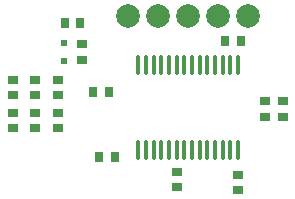
<source format=gtp>
G04*
G04 #@! TF.GenerationSoftware,Altium Limited,Altium Designer,18.1.11 (251)*
G04*
G04 Layer_Color=8421504*
%FSLAX25Y25*%
%MOIN*%
G70*
G01*
G75*
%ADD16R,0.02756X0.03740*%
%ADD17R,0.03740X0.02756*%
%ADD18C,0.07874*%
%ADD19R,0.01968X0.02362*%
%ADD20O,0.01575X0.06496*%
D16*
X352559Y276000D02*
D03*
X347441D02*
D03*
X394559Y314500D02*
D03*
X389441D02*
D03*
X341059Y320500D02*
D03*
X335941D02*
D03*
X350500Y297500D02*
D03*
X345382D02*
D03*
D17*
X393634Y270059D02*
D03*
Y264941D02*
D03*
X373161Y271059D02*
D03*
Y265941D02*
D03*
X408500Y289441D02*
D03*
Y294559D02*
D03*
X402500Y289441D02*
D03*
Y294559D02*
D03*
X341500Y308441D02*
D03*
Y313559D02*
D03*
X333500Y301618D02*
D03*
Y296500D02*
D03*
X326000Y301618D02*
D03*
Y296500D02*
D03*
X318500Y301618D02*
D03*
Y296500D02*
D03*
Y285500D02*
D03*
Y290618D02*
D03*
X326000Y285500D02*
D03*
Y290618D02*
D03*
X333500Y285500D02*
D03*
Y290618D02*
D03*
D18*
X357000Y323000D02*
D03*
X367000D02*
D03*
X377000D02*
D03*
X387000D02*
D03*
X397000D02*
D03*
D19*
X335500Y313953D02*
D03*
Y308047D02*
D03*
D20*
X360366Y278228D02*
D03*
X362925D02*
D03*
X365484D02*
D03*
X368043D02*
D03*
X370602D02*
D03*
X373161D02*
D03*
X375721D02*
D03*
X378279D02*
D03*
X380839D02*
D03*
X383398D02*
D03*
X385957D02*
D03*
X388516D02*
D03*
X391075D02*
D03*
X393634D02*
D03*
X360366Y306772D02*
D03*
X362925D02*
D03*
X365484D02*
D03*
X368043D02*
D03*
X370602D02*
D03*
X373161D02*
D03*
X375721D02*
D03*
X378279D02*
D03*
X380839D02*
D03*
X383398D02*
D03*
X385957D02*
D03*
X388516D02*
D03*
X391075D02*
D03*
X393634D02*
D03*
M02*

</source>
